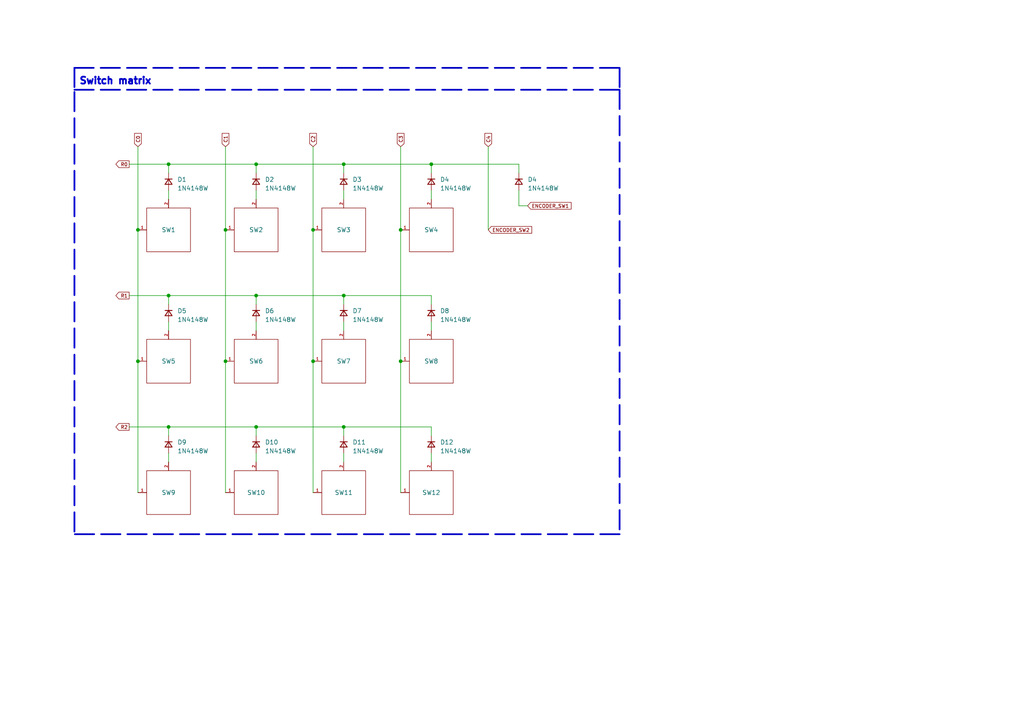
<source format=kicad_sch>
(kicad_sch (version 20221206) (generator eeschema)
  (paper "A4")
  (lib_symbols
    (symbol "Device:D_Small" (pin_numbers hide) (pin_names (offset 0.254) hide)
      (property "Reference" "D" (at -1.27 2.032 0))
      (property "Value" "D_Small" (at -3.81 -2.032 0))
      (symbol "D_Small_0_1"
        (polyline (pts (xy -0.762 -1.016) (xy -0.762 1.016)) (stroke (width 0.254)))
        (polyline (pts (xy -0.762 0) (xy 0.762 0)))
        (polyline (pts (xy 0.762 -1.016) (xy -0.762 0) (xy 0.762 1.016) (xy 0.762 -1.016)) (stroke (width 0.254)))
      )
      (symbol "D_Small_1_1"
        (pin passive line (at -2.54 0 0) (length 1.778) (name "K") (number "1"))
        (pin passive line (at 2.54 0 180) (length 1.778) (name "A") (number "2"))
      )
    )
    (symbol "acheron_Symbols:Mechanical_Switch" (pin_names (offset 1.016))
      (property "Reference" "SW" (at 0 1.27 0))
      (property "Keycode" "KC" (at 0 -1.27 0))
      (symbol "Mechanical_Switch_0_1"
        (rectangle (start -6.35 6.35) (end 6.35 -6.35))
        (polyline (pts (xy -6.35 0) (xy -8.89 0)))
        (polyline (pts (xy 0 6.35) (xy 0 8.89)))
      )
      (symbol "Mechanical_Switch_1_1"
        (pin bidirectional line (at -8.89 0 0) (length 2.54) (name "1") (number "1"))
        (pin bidirectional line (at 0 8.89 270) (length 2.54) (name "2") (number "2"))
      )
    )
  )
  (junction (at 116.205 104.775))
  (junction (at 48.895 123.825))
  (junction (at 90.805 104.775))
  (junction (at 48.895 47.625))
  (junction (at 40.005 104.775))
  (junction (at 99.695 123.825))
  (junction (at 99.695 85.725))
  (junction (at 48.895 85.725))
  (junction (at 125.095 47.625))
  (junction (at 99.695 47.625))
  (junction (at 65.405 104.775))
  (junction (at 65.405 66.675))
  (junction (at 74.295 123.825))
  (junction (at 116.205 66.675))
  (junction (at 74.295 85.725))
  (junction (at 90.805 66.675))
  (junction (at 40.005 66.675))
  (junction (at 74.295 47.625))
  (wire (pts (xy 48.895 47.625) (xy 74.295 47.625)))
  (wire (pts (xy 99.695 47.625) (xy 99.695 50.165)))
  (polyline (pts (xy 21.59 26.035) (xy 179.705 26.035)) (stroke (width 0.508) (type dash)))
  (wire (pts (xy 48.895 93.345) (xy 48.895 95.885)))
  (wire (pts (xy 37.465 47.625) (xy 48.895 47.625)))
  (wire (pts (xy 141.605 42.545) (xy 141.605 66.675)))
  (wire (pts (xy 40.005 66.675) (xy 40.005 104.775)))
  (wire (pts (xy 125.095 47.625) (xy 150.495 47.625)))
  (wire (pts (xy 99.695 85.725) (xy 99.695 88.265)))
  (wire (pts (xy 116.205 42.545) (xy 116.205 66.675)))
  (polyline (pts (xy 179.705 19.685) (xy 179.705 26.035)) (stroke (width 0.508) (type dash)))
  (polyline (pts (xy 21.59 19.685) (xy 21.59 26.67)) (stroke (width 0.508) (type dash)))
  (wire (pts (xy 90.805 66.675) (xy 90.805 104.775)))
  (wire (pts (xy 125.095 88.265) (xy 125.095 85.725)))
  (polyline (pts (xy 21.59 19.685) (xy 179.705 19.685)) (stroke (width 0.508) (type dash)))
  (wire (pts (xy 48.895 131.445) (xy 48.895 133.985)))
  (wire (pts (xy 99.695 85.725) (xy 125.095 85.725)))
  (wire (pts (xy 37.465 85.725) (xy 48.895 85.725)))
  (wire (pts (xy 40.005 104.775) (xy 40.005 142.875)))
  (wire (pts (xy 74.295 55.245) (xy 74.295 57.785)))
  (wire (pts (xy 65.405 42.545) (xy 65.405 66.675)))
  (wire (pts (xy 74.295 123.825) (xy 74.295 126.365)))
  (wire (pts (xy 74.295 123.825) (xy 99.695 123.825)))
  (wire (pts (xy 125.095 57.785) (xy 125.095 55.245)))
  (wire (pts (xy 116.205 66.675) (xy 116.205 104.775)))
  (wire (pts (xy 74.295 131.445) (xy 74.295 133.985)))
  (wire (pts (xy 99.695 55.245) (xy 99.695 57.785)))
  (wire (pts (xy 48.895 85.725) (xy 48.895 88.265)))
  (wire (pts (xy 125.095 50.165) (xy 125.095 47.625)))
  (wire (pts (xy 153.035 59.69) (xy 150.495 59.69)))
  (wire (pts (xy 48.895 55.245) (xy 48.895 57.785)))
  (polyline (pts (xy 179.705 26.035) (xy 179.705 154.94)) (stroke (width 0.508) (type dash)))
  (wire (pts (xy 40.005 42.545) (xy 40.005 66.675)))
  (wire (pts (xy 99.695 93.345) (xy 99.695 95.885)))
  (wire (pts (xy 48.895 123.825) (xy 48.895 126.365)))
  (wire (pts (xy 48.895 85.725) (xy 74.295 85.725)))
  (wire (pts (xy 65.405 66.675) (xy 65.405 104.775)))
  (wire (pts (xy 99.695 131.445) (xy 99.695 133.985)))
  (wire (pts (xy 150.495 50.165) (xy 150.495 47.625)))
  (wire (pts (xy 37.465 123.825) (xy 48.895 123.825)))
  (wire (pts (xy 99.695 123.825) (xy 99.695 126.365)))
  (wire (pts (xy 48.895 47.625) (xy 48.895 50.165)))
  (polyline (pts (xy 21.59 26.67) (xy 21.59 155.575)) (stroke (width 0.508) (type dash)))
  (wire (pts (xy 90.805 104.775) (xy 90.805 142.875)))
  (wire (pts (xy 74.295 85.725) (xy 74.295 88.265)))
  (wire (pts (xy 99.695 123.825) (xy 125.095 123.825)))
  (wire (pts (xy 48.895 123.825) (xy 74.295 123.825)))
  (wire (pts (xy 74.295 47.625) (xy 99.695 47.625)))
  (wire (pts (xy 125.095 95.885) (xy 125.095 93.345)))
  (wire (pts (xy 150.495 55.245) (xy 150.495 59.69)))
  (wire (pts (xy 74.295 85.725) (xy 99.695 85.725)))
  (wire (pts (xy 99.695 47.625) (xy 125.095 47.625)))
  (wire (pts (xy 90.805 42.545) (xy 90.805 66.675)))
  (wire (pts (xy 74.295 47.625) (xy 74.295 50.165)))
  (wire (pts (xy 125.095 133.985) (xy 125.095 131.445)))
  (wire (pts (xy 116.205 104.775) (xy 116.205 142.875)))
  (wire (pts (xy 74.295 93.345) (xy 74.295 95.885)))
  (wire (pts (xy 125.095 126.365) (xy 125.095 123.825)))
  (polyline (pts (xy 179.705 154.94) (xy 21.59 154.94)) (stroke (width 0.508) (type dash)))
  (wire (pts (xy 65.405 104.775) (xy 65.405 142.875)))
  (text "Switch matrix" (at 22.86 24.765 0) (effects (font (size 2 2) (thickness 1.524) bold) (justify left bottom)))
  (global_label "ENCODER_SW2" (shape input) (at 141.605 66.675 0) (effects (font (size 1 1))) (property "Intersheetrefs" "${INTERSHEET_REFS}" (effects hide)))
  (global_label "R2" (shape output) (at 37.465 123.825 180) (effects (font (size 1 1))) (property "Intersheetrefs" "${INTERSHEET_REFS}" (effects hide)))
  (global_label "C3" (shape input) (at 116.205 42.545 90) (effects (font (size 1 1))) (property "Intersheetrefs" "${INTERSHEET_REFS}" (effects hide)))
  (global_label "ENCODER_SW1" (shape input) (at 153.035 59.69 0) (effects (font (size 1 1))) (property "Intersheetrefs" "${INTERSHEET_REFS}" (effects hide)))
  (global_label "C2" (shape input) (at 90.805 42.545 90) (effects (font (size 1 1))) (property "Intersheetrefs" "${INTERSHEET_REFS}" (effects hide)))
  (global_label "C4" (shape input) (at 141.605 42.545 90) (effects (font (size 1 1))) (property "Intersheetrefs" "${INTERSHEET_REFS}" (effects hide)))
  (global_label "C1" (shape input) (at 65.405 42.545 90) (effects (font (size 1 1))) (property "Intersheetrefs" "${INTERSHEET_REFS}" (effects hide)))
  (global_label "R1" (shape output) (at 37.465 85.725 180) (effects (font (size 1 1))) (property "Intersheetrefs" "${INTERSHEET_REFS}" (effects hide)))
  (global_label "C0" (shape input) (at 40.005 42.545 90) (effects (font (size 1 1))) (property "Intersheetrefs" "${INTERSHEET_REFS}" (effects hide)))
  (global_label "R0" (shape output) (at 37.465 47.625 180) (effects (font (size 1 1))) (property "Intersheetrefs" "${INTERSHEET_REFS}" (effects hide)))
  (symbol (lib_id "acheron_Symbols:Mechanical_Switch") (at 74.295 104.775 0) (unit 1)
    (property "Reference" "SW6" (at 74.295 104.775 0))
    (property "Value" "Mechanical_Switch" (effects hide))
    (property "Footprint" "acheron_MXH:MX100H" (effects hide))
    (property "Description" "Mx switch compatible hotswap socket" (effects hide))
    (instances (project "switch_matrix" (path "" (reference "SW6") (unit 1))) (project "Knobert_MacroPad" (path "" (reference "SW8") (unit 1))))
  )
  (symbol (lib_id "acheron_Symbols:Mechanical_Switch") (at 99.695 66.675 0) (unit 1)
    (property "Reference" "SW3" (at 99.695 66.675 0))
    (property "Value" "Mechanical_Switch" (effects hide))
    (property "Footprint" "acheron_MXH:MX100H" (effects hide))
    (property "Description" "Mx switch compatible hotswap socket" (effects hide))
    (instances (project "switch_matrix" (path "" (reference "SW3") (unit 1))) (project "Knobert_MacroPad" (path "" (reference "SW5") (unit 1))))
  )
  (symbol (lib_id "acheron_Symbols:Mechanical_Switch") (at 99.695 142.875 0) (unit 1)
    (property "Reference" "SW11" (at 99.695 142.875 0))
    (property "Value" "Mechanical_Switch" (effects hide))
    (property "Footprint" "acheron_MXH:MX100H" (effects hide))
    (property "Description" "Mx switch compatible hotswap socket" (effects hide))
    (instances (project "switch_matrix" (path "" (reference "SW11") (unit 1))) (project "Knobert_MacroPad" (path "" (reference "SW13") (unit 1))))
  )
  (symbol (lib_id "acheron_Symbols:Mechanical_Switch") (at 125.095 142.875 0) (unit 1)
    (property "Reference" "SW12" (at 125.095 142.875 0))
    (property "Value" "Mechanical_Switch" (effects hide))
    (property "Footprint" "acheron_MXH:MX100H" (effects hide))
    (property "Description" "Mx switch compatible hotswap socket" (effects hide))
    (instances (project "switch_matrix" (path "" (reference "SW12") (unit 1))) (project "Knobert_MacroPad" (path "" (reference "SW14") (unit 1))))
  )
  (symbol (lib_id "acheron_Symbols:Mechanical_Switch") (at 99.695 104.775 0) (unit 1)
    (property "Reference" "SW7" (at 99.695 104.775 0))
    (property "Value" "Mechanical_Switch" (effects hide))
    (property "Footprint" "acheron_MXH:MX100H" (effects hide))
    (property "Description" "Mx switch compatible hotswap socket" (effects hide))
    (instances (project "switch_matrix" (path "" (reference "SW7") (unit 1))) (project "Knobert_MacroPad" (path "" (reference "SW9") (unit 1))))
  )
  (symbol (lib_id "acheron_Symbols:Mechanical_Switch") (at 125.095 66.675 0) (unit 1)
    (property "Reference" "SW4" (at 125.095 66.675 0))
    (property "Value" "Mechanical_Switch" (effects hide))
    (property "Footprint" "acheron_MXH:MX100H" (effects hide))
    (property "Description" "Mx switch compatible hotswap socket" (effects hide))
    (instances (project "switch_matrix" (path "" (reference "SW4") (unit 1))) (project "Knobert_MacroPad" (path "" (reference "SW6") (unit 1))))
  )
  (symbol (lib_id "acheron_Symbols:Mechanical_Switch") (at 48.895 104.775 0) (unit 1)
    (property "Reference" "SW5" (at 48.895 104.775 0))
    (property "Value" "Mechanical_Switch" (effects hide))
    (property "Footprint" "acheron_MXH:MX100H" (effects hide))
    (property "Description" "Mx switch compatible hotswap socket" (effects hide))
    (instances (project "switch_matrix" (path "" (reference "SW5") (unit 1))) (project "Knobert_MacroPad" (path "" (reference "SW7") (unit 1))))
  )
  (symbol (lib_id "acheron_Symbols:Mechanical_Switch") (at 74.295 142.875 0) (unit 1)
    (property "Reference" "SW10" (at 74.295 142.875 0))
    (property "Value" "Mechanical_Switch" (effects hide))
    (property "Footprint" "acheron_MXH:MX100H" (effects hide))
    (property "Description" "Mx switch compatible hotswap socket" (effects hide))
    (instances (project "switch_matrix" (path "" (reference "SW10") (unit 1))) (project "Knobert_MacroPad" (path "" (reference "SW12") (unit 1))))
  )
  (symbol (lib_id "Device:D_Small") (at 99.695 90.805 270) (unit 1)
    (property "Reference" "D7" (at 102.235 90.17 90) (effects (justify left)))
    (property "Value" "1N4148W" (at 102.235 92.71 90) (effects (justify left)))
    (property "Footprint" "acheron_Components:D_SOD-123" (effects hide))
    (property "Package" "SOD-123" (effects hide))
    (property "Description" "small switching diode" (effects hide))
    (instances (project "switch_matrix" (path "" (reference "D7") (unit 1))) (project "Knobert_MacroPad" (path "" (reference "D9") (unit 1))))
  )
  (symbol (lib_id "Device:D_Small") (at 150.495 52.705 270) (unit 1)
    (property "Reference" "D4" (at 153.035 52.07 90) (effects (justify left)))
    (property "Value" "1N4148W" (at 153.035 54.61 90) (effects (justify left)))
    (property "Footprint" "acheron_Components:D_SOD-123" (effects hide))
    (property "Package" "SOD-123" (effects hide))
    (property "Description" "small switching diode" (effects hide))
    (instances (project "switch_matrix" (path "" (reference "D4") (unit 1))) (project "Knobert_MacroPad" (path "" (reference "D15") (unit 1))))
  )
  (symbol (lib_id "acheron_Symbols:Mechanical_Switch") (at 48.895 142.875 0) (unit 1)
    (property "Reference" "SW9" (at 48.895 142.875 0))
    (property "Value" "Mechanical_Switch" (effects hide))
    (property "Footprint" "acheron_MXH:MX100H" (effects hide))
    (property "Description" "Mx switch compatible hotswap socket" (effects hide))
    (instances (project "switch_matrix" (path "" (reference "SW9") (unit 1))) (project "Knobert_MacroPad" (path "" (reference "SW11") (unit 1))))
  )
  (symbol (lib_id "Device:D_Small") (at 74.295 128.905 270) (unit 1)
    (property "Reference" "D10" (at 76.835 128.27 90) (effects (justify left)))
    (property "Value" "1N4148W" (at 76.835 130.81 90) (effects (justify left)))
    (property "Footprint" "acheron_Components:D_SOD-123" (effects hide))
    (property "Package" "SOD-123" (effects hide))
    (property "Description" "small switching diode" (effects hide))
    (instances (project "switch_matrix" (path "" (reference "D10") (unit 1))) (project "Knobert_MacroPad" (path "" (reference "D12") (unit 1))))
  )
  (symbol (lib_id "acheron_Symbols:Mechanical_Switch") (at 74.295 66.675 0) (unit 1)
    (property "Reference" "SW2" (at 74.295 66.675 0))
    (property "Value" "Mechanical_Switch" (effects hide))
    (property "Footprint" "acheron_MXH:MX100H" (effects hide))
    (property "Description" "Mx switch compatible hotswap socket" (effects hide))
    (instances (project "switch_matrix" (path "" (reference "SW2") (unit 1))) (project "Knobert_MacroPad" (path "" (reference "SW4") (unit 1))))
  )
  (symbol (lib_id "Device:D_Small") (at 125.095 52.705 270) (unit 1)
    (property "Reference" "D4" (at 127.635 52.07 90) (effects (justify left)))
    (property "Value" "1N4148W" (at 127.635 54.61 90) (effects (justify left)))
    (property "Footprint" "acheron_Components:D_SOD-123" (effects hide))
    (property "Package" "SOD-123" (effects hide))
    (property "Description" "small switching diode" (effects hide))
    (instances (project "switch_matrix" (path "" (reference "D4") (unit 1))) (project "Knobert_MacroPad" (path "" (reference "D6") (unit 1))))
  )
  (symbol (lib_id "Device:D_Small") (at 74.295 52.705 270) (unit 1)
    (property "Reference" "D2" (at 76.835 52.07 90) (effects (justify left)))
    (property "Value" "1N4148W" (at 76.835 54.61 90) (effects (justify left)))
    (property "Footprint" "acheron_Components:D_SOD-123" (effects hide))
    (property "Package" "SOD-123" (effects hide))
    (property "Description" "small switching diode" (effects hide))
    (instances (project "switch_matrix" (path "" (reference "D2") (unit 1))) (project "Knobert_MacroPad" (path "" (reference "D4") (unit 1))))
  )
  (symbol (lib_id "Device:D_Small") (at 48.895 128.905 270) (unit 1)
    (property "Reference" "D9" (at 51.435 128.27 90) (effects (justify left)))
    (property "Value" "1N4148W" (at 51.435 130.81 90) (effects (justify left)))
    (property "Footprint" "acheron_Components:D_SOD-123" (effects hide))
    (property "Package" "SOD-123" (effects hide))
    (property "Description" "small switching diode" (effects hide))
    (instances (project "switch_matrix" (path "" (reference "D9") (unit 1))) (project "Knobert_MacroPad" (path "" (reference "D11") (unit 1))))
  )
  (symbol (lib_id "Device:D_Small") (at 74.295 90.805 270) (unit 1)
    (property "Reference" "D6" (at 76.835 90.17 90) (effects (justify left)))
    (property "Value" "1N4148W" (at 76.835 92.71 90) (effects (justify left)))
    (property "Footprint" "acheron_Components:D_SOD-123" (effects hide))
    (property "Package" "SOD-123" (effects hide))
    (property "Description" "small switching diode" (effects hide))
    (instances (project "switch_matrix" (path "" (reference "D6") (unit 1))) (project "Knobert_MacroPad" (path "" (reference "D8") (unit 1))))
  )
  (symbol (lib_id "Device:D_Small") (at 125.095 128.905 270) (unit 1)
    (property "Reference" "D12" (at 127.635 128.27 90) (effects (justify left)))
    (property "Value" "1N4148W" (at 127.635 130.81 90) (effects (justify left)))
    (property "Footprint" "acheron_Components:D_SOD-123" (effects hide))
    (property "Package" "SOD-123" (effects hide))
    (property "Description" "small switching diode" (effects hide))
    (instances (project "switch_matrix" (path "" (reference "D12") (unit 1))) (project "Knobert_MacroPad" (path "" (reference "D14") (unit 1))))
  )
  (symbol (lib_id "Device:D_Small") (at 125.095 90.805 270) (unit 1)
    (property "Reference" "D8" (at 127.635 90.17 90) (effects (justify left)))
    (property "Value" "1N4148W" (at 127.635 92.71 90) (effects (justify left)))
    (property "Footprint" "acheron_Components:D_SOD-123" (effects hide))
    (property "Package" "SOD-123" (effects hide))
    (property "Description" "small switching diode" (effects hide))
    (instances (project "switch_matrix" (path "" (reference "D8") (unit 1))) (project "Knobert_MacroPad" (path "" (reference "D10") (unit 1))))
  )
  (symbol (lib_id "acheron_Symbols:Mechanical_Switch") (at 125.095 104.775 0) (unit 1)
    (property "Reference" "SW8" (at 125.095 104.775 0))
    (property "Value" "Mechanical_Switch" (effects hide))
    (property "Footprint" "acheron_MXH:MX100H" (effects hide))
    (property "Description" "Mx switch compatible hotswap socket" (effects hide))
    (instances (project "switch_matrix" (path "" (reference "SW8") (unit 1))) (project "Knobert_MacroPad" (path "" (reference "SW10") (unit 1))))
  )
  (symbol (lib_id "Device:D_Small") (at 48.895 52.705 270) (unit 1)
    (property "Reference" "D1" (at 51.435 52.07 90) (effects (justify left)))
    (property "Value" "1N4148W" (at 51.435 54.61 90) (effects (justify left)))
    (property "Footprint" "acheron_Components:D_SOD-123" (effects hide))
    (property "Package" "SOD-123" (effects hide))
    (property "Description" "small switching diode" (effects hide))
    (instances (project "switch_matrix" (path "" (reference "D1") (unit 1))) (project "Knobert_MacroPad" (path "" (reference "D3") (unit 1))))
  )
  (symbol (lib_id "Device:D_Small") (at 99.695 52.705 270) (unit 1)
    (property "Reference" "D3" (at 102.235 52.07 90) (effects (justify left)))
    (property "Value" "1N4148W" (at 102.235 54.61 90) (effects (justify left)))
    (property "Footprint" "acheron_Components:D_SOD-123" (effects hide))
    (property "Package" "SOD-123" (effects hide))
    (property "Description" "small switching diode" (effects hide))
    (instances (project "switch_matrix" (path "" (reference "D3") (unit 1))) (project "Knobert_MacroPad" (path "" (reference "D5") (unit 1))))
  )
  (symbol (lib_id "Device:D_Small") (at 99.695 128.905 270) (unit 1)
    (property "Reference" "D11" (at 102.235 128.27 90) (effects (justify left)))
    (property "Value" "1N4148W" (at 102.235 130.81 90) (effects (justify left)))
    (property "Footprint" "acheron_Components:D_SOD-123" (effects hide))
    (property "Package" "SOD-123" (effects hide))
    (property "Description" "small switching diode" (effects hide))
    (instances (project "switch_matrix" (path "" (reference "D11") (unit 1))) (project "Knobert_MacroPad" (path "" (reference "D13") (unit 1))))
  )
  (symbol (lib_id "Device:D_Small") (at 48.895 90.805 270) (unit 1)
    (property "Reference" "D5" (at 51.435 90.17 90) (effects (justify left)))
    (property "Value" "1N4148W" (at 51.435 92.71 90) (effects (justify left)))
    (property "Footprint" "acheron_Components:D_SOD-123" (effects hide))
    (property "Package" "SOD-123" (effects hide))
    (property "Description" "small switching diode" (effects hide))
    (instances (project "switch_matrix" (path "" (reference "D5") (unit 1))) (project "Knobert_MacroPad" (path "" (reference "D7") (unit 1))))
  )
  (symbol (lib_id "acheron_Symbols:Mechanical_Switch") (at 48.895 66.675 0) (unit 1)
    (property "Reference" "SW1" (at 48.895 66.675 0))
    (property "Value" "Mechanical_Switch" (effects hide))
    (property "Footprint" "acheron_MXH:MX100H" (effects hide))
    (property "Description" "Mx switch compatible hotswap socket" (effects hide))
    (instances (project "switch_matrix" (path "" (reference "SW1") (unit 1))) (project "Knobert_MacroPad" (path "" (reference "SW3") (unit 1))))
  )
)
</source>
